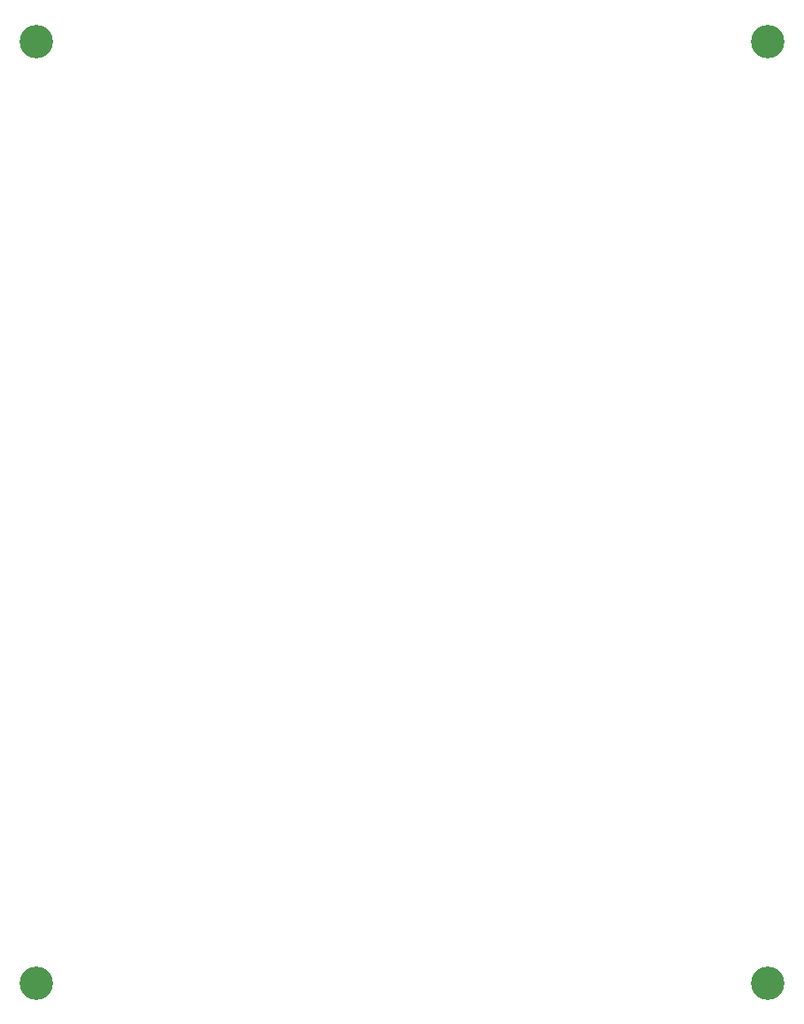
<source format=gbr>
%TF.GenerationSoftware,KiCad,Pcbnew,(6.0.8)*%
%TF.CreationDate,2023-12-15T22:11:49-05:00*%
%TF.ProjectId,main_pcb,6d61696e-5f70-4636-922e-6b696361645f,rev?*%
%TF.SameCoordinates,Original*%
%TF.FileFunction,NonPlated,1,2,NPTH,Drill*%
%TF.FilePolarity,Positive*%
%FSLAX46Y46*%
G04 Gerber Fmt 4.6, Leading zero omitted, Abs format (unit mm)*
G04 Created by KiCad (PCBNEW (6.0.8)) date 2023-12-15 22:11:49*
%MOMM*%
%LPD*%
G01*
G04 APERTURE LIST*
%TA.AperFunction,ComponentDrill*%
%ADD10C,3.200000*%
%TD*%
G04 APERTURE END LIST*
D10*
%TO.C,H3*%
X55000000Y-55000000D03*
%TO.C,H1*%
X55000000Y-145000000D03*
%TO.C,H2*%
X125000000Y-55000000D03*
%TO.C,H4*%
X125000000Y-145000000D03*
M02*

</source>
